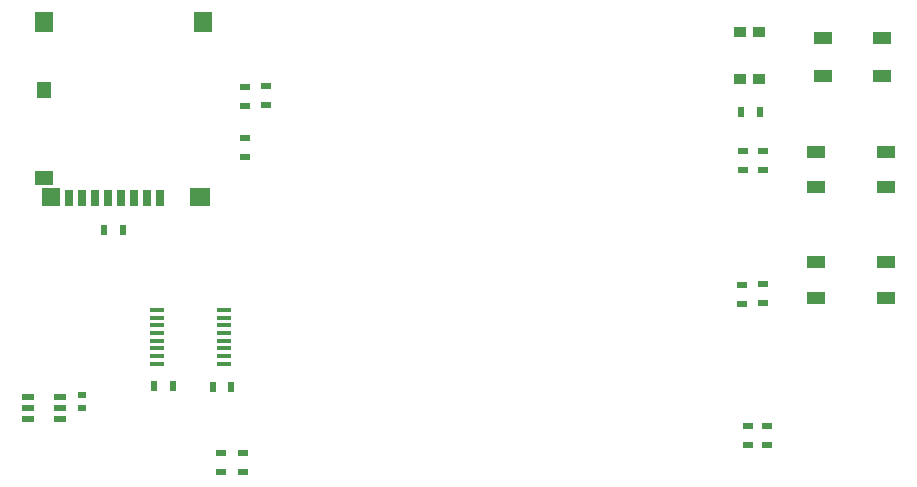
<source format=gtp>
G04*
G04 #@! TF.GenerationSoftware,Altium Limited,Altium Designer,21.0.9 (235)*
G04*
G04 Layer_Color=8421504*
%FSLAX44Y44*%
%MOMM*%
G71*
G04*
G04 #@! TF.SameCoordinates,2588B0E2-F362-4AB3-B6B3-F61507E4C0EF*
G04*
G04*
G04 #@! TF.FilePolarity,Positive*
G04*
G01*
G75*
%ADD16R,1.5500X1.0000*%
%ADD17R,1.0000X0.5000*%
%ADD18R,0.6400X0.5000*%
%ADD19R,0.9500X0.6000*%
%ADD20R,0.6000X0.9500*%
%ADD21R,1.5000X1.3000*%
%ADD22R,1.5000X1.7000*%
%ADD23R,1.2000X1.4000*%
%ADD24R,1.7000X1.5000*%
%ADD25R,1.6000X1.5000*%
%ADD26R,0.8000X1.4000*%
%ADD27R,1.0000X0.9000*%
%ADD28R,1.5000X1.0000*%
%ADD29O,1.2000X0.4000*%
D16*
X855658Y306339D02*
D03*
X796658D02*
D03*
Y336339D02*
D03*
X855658D02*
D03*
Y399560D02*
D03*
X796658D02*
D03*
Y429560D02*
D03*
X855658D02*
D03*
D17*
X129046Y203500D02*
D03*
Y213000D02*
D03*
Y222500D02*
D03*
X156046D02*
D03*
Y213000D02*
D03*
Y203500D02*
D03*
D18*
X175260Y223740D02*
D03*
Y213140D02*
D03*
D19*
X330962Y485520D02*
D03*
Y469520D02*
D03*
X313157Y484918D02*
D03*
Y468918D02*
D03*
Y441066D02*
D03*
Y425066D02*
D03*
X733484Y300950D02*
D03*
Y316950D02*
D03*
X751234Y317450D02*
D03*
Y301450D02*
D03*
X751490Y414017D02*
D03*
Y430017D02*
D03*
X734894Y430200D02*
D03*
Y414200D02*
D03*
X755250Y181778D02*
D03*
Y197778D02*
D03*
X738500Y181250D02*
D03*
Y197250D02*
D03*
X311500Y174750D02*
D03*
Y158750D02*
D03*
X293000Y175000D02*
D03*
Y159000D02*
D03*
D20*
X301493Y230548D02*
D03*
X285492D02*
D03*
X252243Y231056D02*
D03*
X236243D02*
D03*
X209510Y363250D02*
D03*
X193510D02*
D03*
X732750Y463250D02*
D03*
X748750D02*
D03*
D21*
X142546Y407802D02*
D03*
D22*
X277546Y539802D02*
D03*
X142546D02*
D03*
D23*
Y481802D02*
D03*
D24*
X275046Y391302D02*
D03*
D25*
X149046D02*
D03*
D26*
X241046Y390302D02*
D03*
X230046D02*
D03*
X219046D02*
D03*
X208046D02*
D03*
X197046D02*
D03*
X186046D02*
D03*
X175046D02*
D03*
X164046D02*
D03*
D27*
X747894Y531500D02*
D03*
Y491500D02*
D03*
X731894D02*
D03*
Y531500D02*
D03*
D28*
X852250Y525750D02*
D03*
Y493750D02*
D03*
X802250D02*
D03*
Y525750D02*
D03*
D29*
X238349Y295716D02*
D03*
Y289216D02*
D03*
Y282716D02*
D03*
Y276216D02*
D03*
Y269716D02*
D03*
Y263216D02*
D03*
Y256716D02*
D03*
Y250216D02*
D03*
X295348Y295716D02*
D03*
Y289216D02*
D03*
Y282716D02*
D03*
Y276216D02*
D03*
Y269716D02*
D03*
Y263216D02*
D03*
Y256716D02*
D03*
Y250216D02*
D03*
M02*

</source>
